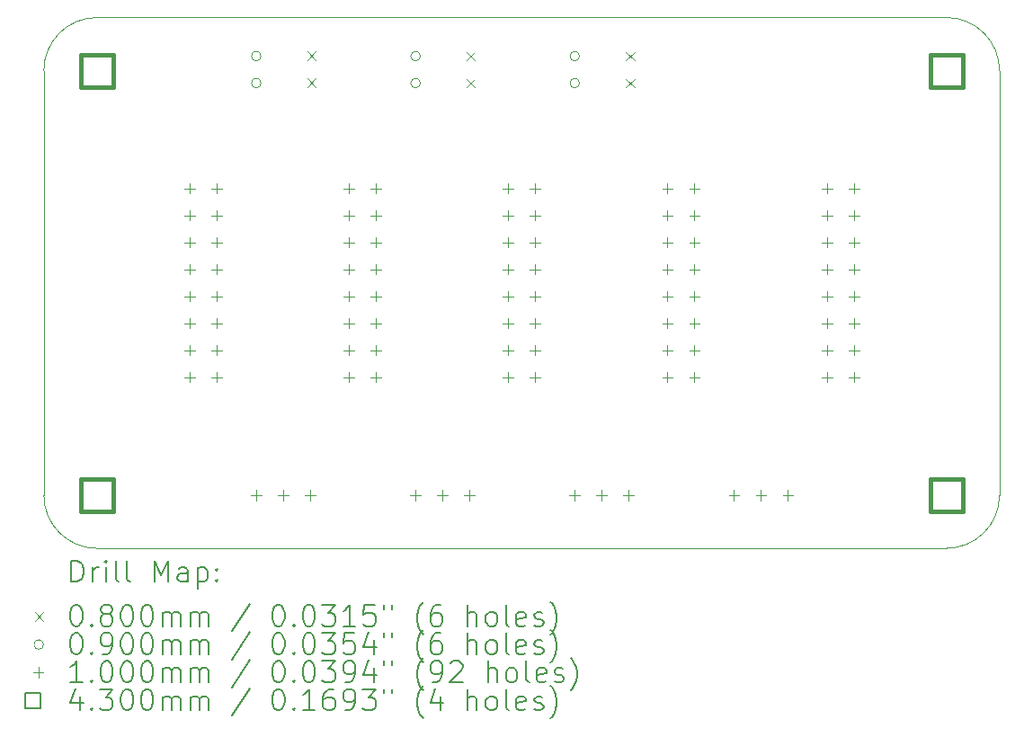
<source format=gbr>
%TF.GenerationSoftware,KiCad,Pcbnew,8.0.2*%
%TF.CreationDate,2024-05-02T10:03:25-07:00*%
%TF.ProjectId,busboard-1,62757362-6f61-4726-942d-312e6b696361,rev?*%
%TF.SameCoordinates,Original*%
%TF.FileFunction,Drillmap*%
%TF.FilePolarity,Positive*%
%FSLAX45Y45*%
G04 Gerber Fmt 4.5, Leading zero omitted, Abs format (unit mm)*
G04 Created by KiCad (PCBNEW 8.0.2) date 2024-05-02 10:03:25*
%MOMM*%
%LPD*%
G01*
G04 APERTURE LIST*
%ADD10C,0.050000*%
%ADD11C,0.200000*%
%ADD12C,0.100000*%
%ADD13C,0.430000*%
G04 APERTURE END LIST*
D10*
X10500000Y-15000000D02*
G75*
G02*
X10000000Y-14500000I0J500000D01*
G01*
X19000000Y-14500000D02*
X19000000Y-10500000D01*
X18500000Y-10000000D02*
X10500000Y-10000000D01*
X10000000Y-10500000D02*
G75*
G02*
X10500000Y-10000000I500000J0D01*
G01*
X10000000Y-10500000D02*
X10000000Y-14500000D01*
X19000000Y-14500000D02*
G75*
G02*
X18500000Y-15000000I-500000J0D01*
G01*
X10500000Y-15000000D02*
X18500000Y-15000000D01*
X18500000Y-10000000D02*
G75*
G02*
X19000000Y-10500000I0J-500000D01*
G01*
D11*
D12*
X12482200Y-10320300D02*
X12562200Y-10400300D01*
X12562200Y-10320300D02*
X12482200Y-10400300D01*
X12482200Y-10574300D02*
X12562200Y-10654300D01*
X12562200Y-10574300D02*
X12482200Y-10654300D01*
X13980800Y-10323200D02*
X14060800Y-10403200D01*
X14060800Y-10323200D02*
X13980800Y-10403200D01*
X13980800Y-10577200D02*
X14060800Y-10657200D01*
X14060800Y-10577200D02*
X13980800Y-10657200D01*
X15480800Y-10323200D02*
X15560800Y-10403200D01*
X15560800Y-10323200D02*
X15480800Y-10403200D01*
X15480800Y-10577200D02*
X15560800Y-10657200D01*
X15560800Y-10577200D02*
X15480800Y-10657200D01*
X12045000Y-10363200D02*
G75*
G02*
X11955000Y-10363200I-45000J0D01*
G01*
X11955000Y-10363200D02*
G75*
G02*
X12045000Y-10363200I45000J0D01*
G01*
X12045000Y-10617200D02*
G75*
G02*
X11955000Y-10617200I-45000J0D01*
G01*
X11955000Y-10617200D02*
G75*
G02*
X12045000Y-10617200I45000J0D01*
G01*
X13545000Y-10363200D02*
G75*
G02*
X13455000Y-10363200I-45000J0D01*
G01*
X13455000Y-10363200D02*
G75*
G02*
X13545000Y-10363200I45000J0D01*
G01*
X13545000Y-10617200D02*
G75*
G02*
X13455000Y-10617200I-45000J0D01*
G01*
X13455000Y-10617200D02*
G75*
G02*
X13545000Y-10617200I45000J0D01*
G01*
X15045000Y-10363200D02*
G75*
G02*
X14955000Y-10363200I-45000J0D01*
G01*
X14955000Y-10363200D02*
G75*
G02*
X15045000Y-10363200I45000J0D01*
G01*
X15045000Y-10617200D02*
G75*
G02*
X14955000Y-10617200I-45000J0D01*
G01*
X14955000Y-10617200D02*
G75*
G02*
X15045000Y-10617200I45000J0D01*
G01*
X11373000Y-11559300D02*
X11373000Y-11659300D01*
X11323000Y-11609300D02*
X11423000Y-11609300D01*
X11373000Y-11813300D02*
X11373000Y-11913300D01*
X11323000Y-11863300D02*
X11423000Y-11863300D01*
X11373000Y-12067300D02*
X11373000Y-12167300D01*
X11323000Y-12117300D02*
X11423000Y-12117300D01*
X11373000Y-12321300D02*
X11373000Y-12421300D01*
X11323000Y-12371300D02*
X11423000Y-12371300D01*
X11373000Y-12575300D02*
X11373000Y-12675300D01*
X11323000Y-12625300D02*
X11423000Y-12625300D01*
X11373000Y-12829300D02*
X11373000Y-12929300D01*
X11323000Y-12879300D02*
X11423000Y-12879300D01*
X11373000Y-13083300D02*
X11373000Y-13183300D01*
X11323000Y-13133300D02*
X11423000Y-13133300D01*
X11373000Y-13337300D02*
X11373000Y-13437300D01*
X11323000Y-13387300D02*
X11423000Y-13387300D01*
X11627000Y-11559300D02*
X11627000Y-11659300D01*
X11577000Y-11609300D02*
X11677000Y-11609300D01*
X11627000Y-11813300D02*
X11627000Y-11913300D01*
X11577000Y-11863300D02*
X11677000Y-11863300D01*
X11627000Y-12067300D02*
X11627000Y-12167300D01*
X11577000Y-12117300D02*
X11677000Y-12117300D01*
X11627000Y-12321300D02*
X11627000Y-12421300D01*
X11577000Y-12371300D02*
X11677000Y-12371300D01*
X11627000Y-12575300D02*
X11627000Y-12675300D01*
X11577000Y-12625300D02*
X11677000Y-12625300D01*
X11627000Y-12829300D02*
X11627000Y-12929300D01*
X11577000Y-12879300D02*
X11677000Y-12879300D01*
X11627000Y-13083300D02*
X11627000Y-13183300D01*
X11577000Y-13133300D02*
X11677000Y-13133300D01*
X11627000Y-13337300D02*
X11627000Y-13437300D01*
X11577000Y-13387300D02*
X11677000Y-13387300D01*
X12000000Y-14450000D02*
X12000000Y-14550000D01*
X11950000Y-14500000D02*
X12050000Y-14500000D01*
X12254000Y-14450000D02*
X12254000Y-14550000D01*
X12204000Y-14500000D02*
X12304000Y-14500000D01*
X12508000Y-14450000D02*
X12508000Y-14550000D01*
X12458000Y-14500000D02*
X12558000Y-14500000D01*
X12873000Y-11559300D02*
X12873000Y-11659300D01*
X12823000Y-11609300D02*
X12923000Y-11609300D01*
X12873000Y-11813300D02*
X12873000Y-11913300D01*
X12823000Y-11863300D02*
X12923000Y-11863300D01*
X12873000Y-12067300D02*
X12873000Y-12167300D01*
X12823000Y-12117300D02*
X12923000Y-12117300D01*
X12873000Y-12321300D02*
X12873000Y-12421300D01*
X12823000Y-12371300D02*
X12923000Y-12371300D01*
X12873000Y-12575300D02*
X12873000Y-12675300D01*
X12823000Y-12625300D02*
X12923000Y-12625300D01*
X12873000Y-12829300D02*
X12873000Y-12929300D01*
X12823000Y-12879300D02*
X12923000Y-12879300D01*
X12873000Y-13083300D02*
X12873000Y-13183300D01*
X12823000Y-13133300D02*
X12923000Y-13133300D01*
X12873000Y-13337300D02*
X12873000Y-13437300D01*
X12823000Y-13387300D02*
X12923000Y-13387300D01*
X13127000Y-11559300D02*
X13127000Y-11659300D01*
X13077000Y-11609300D02*
X13177000Y-11609300D01*
X13127000Y-11813300D02*
X13127000Y-11913300D01*
X13077000Y-11863300D02*
X13177000Y-11863300D01*
X13127000Y-12067300D02*
X13127000Y-12167300D01*
X13077000Y-12117300D02*
X13177000Y-12117300D01*
X13127000Y-12321300D02*
X13127000Y-12421300D01*
X13077000Y-12371300D02*
X13177000Y-12371300D01*
X13127000Y-12575300D02*
X13127000Y-12675300D01*
X13077000Y-12625300D02*
X13177000Y-12625300D01*
X13127000Y-12829300D02*
X13127000Y-12929300D01*
X13077000Y-12879300D02*
X13177000Y-12879300D01*
X13127000Y-13083300D02*
X13127000Y-13183300D01*
X13077000Y-13133300D02*
X13177000Y-13133300D01*
X13127000Y-13337300D02*
X13127000Y-13437300D01*
X13077000Y-13387300D02*
X13177000Y-13387300D01*
X13500000Y-14450000D02*
X13500000Y-14550000D01*
X13450000Y-14500000D02*
X13550000Y-14500000D01*
X13754000Y-14450000D02*
X13754000Y-14550000D01*
X13704000Y-14500000D02*
X13804000Y-14500000D01*
X14008000Y-14450000D02*
X14008000Y-14550000D01*
X13958000Y-14500000D02*
X14058000Y-14500000D01*
X14373000Y-11559300D02*
X14373000Y-11659300D01*
X14323000Y-11609300D02*
X14423000Y-11609300D01*
X14373000Y-11813300D02*
X14373000Y-11913300D01*
X14323000Y-11863300D02*
X14423000Y-11863300D01*
X14373000Y-12067300D02*
X14373000Y-12167300D01*
X14323000Y-12117300D02*
X14423000Y-12117300D01*
X14373000Y-12321300D02*
X14373000Y-12421300D01*
X14323000Y-12371300D02*
X14423000Y-12371300D01*
X14373000Y-12575300D02*
X14373000Y-12675300D01*
X14323000Y-12625300D02*
X14423000Y-12625300D01*
X14373000Y-12829300D02*
X14373000Y-12929300D01*
X14323000Y-12879300D02*
X14423000Y-12879300D01*
X14373000Y-13083300D02*
X14373000Y-13183300D01*
X14323000Y-13133300D02*
X14423000Y-13133300D01*
X14373000Y-13337300D02*
X14373000Y-13437300D01*
X14323000Y-13387300D02*
X14423000Y-13387300D01*
X14627000Y-11559300D02*
X14627000Y-11659300D01*
X14577000Y-11609300D02*
X14677000Y-11609300D01*
X14627000Y-11813300D02*
X14627000Y-11913300D01*
X14577000Y-11863300D02*
X14677000Y-11863300D01*
X14627000Y-12067300D02*
X14627000Y-12167300D01*
X14577000Y-12117300D02*
X14677000Y-12117300D01*
X14627000Y-12321300D02*
X14627000Y-12421300D01*
X14577000Y-12371300D02*
X14677000Y-12371300D01*
X14627000Y-12575300D02*
X14627000Y-12675300D01*
X14577000Y-12625300D02*
X14677000Y-12625300D01*
X14627000Y-12829300D02*
X14627000Y-12929300D01*
X14577000Y-12879300D02*
X14677000Y-12879300D01*
X14627000Y-13083300D02*
X14627000Y-13183300D01*
X14577000Y-13133300D02*
X14677000Y-13133300D01*
X14627000Y-13337300D02*
X14627000Y-13437300D01*
X14577000Y-13387300D02*
X14677000Y-13387300D01*
X15000000Y-14450000D02*
X15000000Y-14550000D01*
X14950000Y-14500000D02*
X15050000Y-14500000D01*
X15254000Y-14450000D02*
X15254000Y-14550000D01*
X15204000Y-14500000D02*
X15304000Y-14500000D01*
X15508000Y-14450000D02*
X15508000Y-14550000D01*
X15458000Y-14500000D02*
X15558000Y-14500000D01*
X15873000Y-11559300D02*
X15873000Y-11659300D01*
X15823000Y-11609300D02*
X15923000Y-11609300D01*
X15873000Y-11813300D02*
X15873000Y-11913300D01*
X15823000Y-11863300D02*
X15923000Y-11863300D01*
X15873000Y-12067300D02*
X15873000Y-12167300D01*
X15823000Y-12117300D02*
X15923000Y-12117300D01*
X15873000Y-12321300D02*
X15873000Y-12421300D01*
X15823000Y-12371300D02*
X15923000Y-12371300D01*
X15873000Y-12575300D02*
X15873000Y-12675300D01*
X15823000Y-12625300D02*
X15923000Y-12625300D01*
X15873000Y-12829300D02*
X15873000Y-12929300D01*
X15823000Y-12879300D02*
X15923000Y-12879300D01*
X15873000Y-13083300D02*
X15873000Y-13183300D01*
X15823000Y-13133300D02*
X15923000Y-13133300D01*
X15873000Y-13337300D02*
X15873000Y-13437300D01*
X15823000Y-13387300D02*
X15923000Y-13387300D01*
X16127000Y-11559300D02*
X16127000Y-11659300D01*
X16077000Y-11609300D02*
X16177000Y-11609300D01*
X16127000Y-11813300D02*
X16127000Y-11913300D01*
X16077000Y-11863300D02*
X16177000Y-11863300D01*
X16127000Y-12067300D02*
X16127000Y-12167300D01*
X16077000Y-12117300D02*
X16177000Y-12117300D01*
X16127000Y-12321300D02*
X16127000Y-12421300D01*
X16077000Y-12371300D02*
X16177000Y-12371300D01*
X16127000Y-12575300D02*
X16127000Y-12675300D01*
X16077000Y-12625300D02*
X16177000Y-12625300D01*
X16127000Y-12829300D02*
X16127000Y-12929300D01*
X16077000Y-12879300D02*
X16177000Y-12879300D01*
X16127000Y-13083300D02*
X16127000Y-13183300D01*
X16077000Y-13133300D02*
X16177000Y-13133300D01*
X16127000Y-13337300D02*
X16127000Y-13437300D01*
X16077000Y-13387300D02*
X16177000Y-13387300D01*
X16500000Y-14450000D02*
X16500000Y-14550000D01*
X16450000Y-14500000D02*
X16550000Y-14500000D01*
X16754000Y-14450000D02*
X16754000Y-14550000D01*
X16704000Y-14500000D02*
X16804000Y-14500000D01*
X17008000Y-14450000D02*
X17008000Y-14550000D01*
X16958000Y-14500000D02*
X17058000Y-14500000D01*
X17373000Y-11559300D02*
X17373000Y-11659300D01*
X17323000Y-11609300D02*
X17423000Y-11609300D01*
X17373000Y-11813300D02*
X17373000Y-11913300D01*
X17323000Y-11863300D02*
X17423000Y-11863300D01*
X17373000Y-12067300D02*
X17373000Y-12167300D01*
X17323000Y-12117300D02*
X17423000Y-12117300D01*
X17373000Y-12321300D02*
X17373000Y-12421300D01*
X17323000Y-12371300D02*
X17423000Y-12371300D01*
X17373000Y-12575300D02*
X17373000Y-12675300D01*
X17323000Y-12625300D02*
X17423000Y-12625300D01*
X17373000Y-12829300D02*
X17373000Y-12929300D01*
X17323000Y-12879300D02*
X17423000Y-12879300D01*
X17373000Y-13083300D02*
X17373000Y-13183300D01*
X17323000Y-13133300D02*
X17423000Y-13133300D01*
X17373000Y-13337300D02*
X17373000Y-13437300D01*
X17323000Y-13387300D02*
X17423000Y-13387300D01*
X17627000Y-11559300D02*
X17627000Y-11659300D01*
X17577000Y-11609300D02*
X17677000Y-11609300D01*
X17627000Y-11813300D02*
X17627000Y-11913300D01*
X17577000Y-11863300D02*
X17677000Y-11863300D01*
X17627000Y-12067300D02*
X17627000Y-12167300D01*
X17577000Y-12117300D02*
X17677000Y-12117300D01*
X17627000Y-12321300D02*
X17627000Y-12421300D01*
X17577000Y-12371300D02*
X17677000Y-12371300D01*
X17627000Y-12575300D02*
X17627000Y-12675300D01*
X17577000Y-12625300D02*
X17677000Y-12625300D01*
X17627000Y-12829300D02*
X17627000Y-12929300D01*
X17577000Y-12879300D02*
X17677000Y-12879300D01*
X17627000Y-13083300D02*
X17627000Y-13183300D01*
X17577000Y-13133300D02*
X17677000Y-13133300D01*
X17627000Y-13337300D02*
X17627000Y-13437300D01*
X17577000Y-13387300D02*
X17677000Y-13387300D01*
D13*
X10652029Y-10652029D02*
X10652029Y-10347971D01*
X10347971Y-10347971D01*
X10347971Y-10652029D01*
X10652029Y-10652029D01*
X10652029Y-14652029D02*
X10652029Y-14347971D01*
X10347971Y-14347971D01*
X10347971Y-14652029D01*
X10652029Y-14652029D01*
X18652029Y-10652029D02*
X18652029Y-10347971D01*
X18347971Y-10347971D01*
X18347971Y-10652029D01*
X18652029Y-10652029D01*
X18652029Y-14652029D02*
X18652029Y-14347971D01*
X18347971Y-14347971D01*
X18347971Y-14652029D01*
X18652029Y-14652029D01*
D11*
X10258277Y-15313984D02*
X10258277Y-15113984D01*
X10258277Y-15113984D02*
X10305896Y-15113984D01*
X10305896Y-15113984D02*
X10334467Y-15123508D01*
X10334467Y-15123508D02*
X10353515Y-15142555D01*
X10353515Y-15142555D02*
X10363039Y-15161603D01*
X10363039Y-15161603D02*
X10372563Y-15199698D01*
X10372563Y-15199698D02*
X10372563Y-15228269D01*
X10372563Y-15228269D02*
X10363039Y-15266365D01*
X10363039Y-15266365D02*
X10353515Y-15285412D01*
X10353515Y-15285412D02*
X10334467Y-15304460D01*
X10334467Y-15304460D02*
X10305896Y-15313984D01*
X10305896Y-15313984D02*
X10258277Y-15313984D01*
X10458277Y-15313984D02*
X10458277Y-15180650D01*
X10458277Y-15218746D02*
X10467801Y-15199698D01*
X10467801Y-15199698D02*
X10477324Y-15190174D01*
X10477324Y-15190174D02*
X10496372Y-15180650D01*
X10496372Y-15180650D02*
X10515420Y-15180650D01*
X10582086Y-15313984D02*
X10582086Y-15180650D01*
X10582086Y-15113984D02*
X10572563Y-15123508D01*
X10572563Y-15123508D02*
X10582086Y-15133031D01*
X10582086Y-15133031D02*
X10591610Y-15123508D01*
X10591610Y-15123508D02*
X10582086Y-15113984D01*
X10582086Y-15113984D02*
X10582086Y-15133031D01*
X10705896Y-15313984D02*
X10686848Y-15304460D01*
X10686848Y-15304460D02*
X10677324Y-15285412D01*
X10677324Y-15285412D02*
X10677324Y-15113984D01*
X10810658Y-15313984D02*
X10791610Y-15304460D01*
X10791610Y-15304460D02*
X10782086Y-15285412D01*
X10782086Y-15285412D02*
X10782086Y-15113984D01*
X11039229Y-15313984D02*
X11039229Y-15113984D01*
X11039229Y-15113984D02*
X11105896Y-15256841D01*
X11105896Y-15256841D02*
X11172563Y-15113984D01*
X11172563Y-15113984D02*
X11172563Y-15313984D01*
X11353515Y-15313984D02*
X11353515Y-15209222D01*
X11353515Y-15209222D02*
X11343991Y-15190174D01*
X11343991Y-15190174D02*
X11324943Y-15180650D01*
X11324943Y-15180650D02*
X11286848Y-15180650D01*
X11286848Y-15180650D02*
X11267801Y-15190174D01*
X11353515Y-15304460D02*
X11334467Y-15313984D01*
X11334467Y-15313984D02*
X11286848Y-15313984D01*
X11286848Y-15313984D02*
X11267801Y-15304460D01*
X11267801Y-15304460D02*
X11258277Y-15285412D01*
X11258277Y-15285412D02*
X11258277Y-15266365D01*
X11258277Y-15266365D02*
X11267801Y-15247317D01*
X11267801Y-15247317D02*
X11286848Y-15237793D01*
X11286848Y-15237793D02*
X11334467Y-15237793D01*
X11334467Y-15237793D02*
X11353515Y-15228269D01*
X11448753Y-15180650D02*
X11448753Y-15380650D01*
X11448753Y-15190174D02*
X11467801Y-15180650D01*
X11467801Y-15180650D02*
X11505896Y-15180650D01*
X11505896Y-15180650D02*
X11524943Y-15190174D01*
X11524943Y-15190174D02*
X11534467Y-15199698D01*
X11534467Y-15199698D02*
X11543991Y-15218746D01*
X11543991Y-15218746D02*
X11543991Y-15275888D01*
X11543991Y-15275888D02*
X11534467Y-15294936D01*
X11534467Y-15294936D02*
X11524943Y-15304460D01*
X11524943Y-15304460D02*
X11505896Y-15313984D01*
X11505896Y-15313984D02*
X11467801Y-15313984D01*
X11467801Y-15313984D02*
X11448753Y-15304460D01*
X11629705Y-15294936D02*
X11639229Y-15304460D01*
X11639229Y-15304460D02*
X11629705Y-15313984D01*
X11629705Y-15313984D02*
X11620182Y-15304460D01*
X11620182Y-15304460D02*
X11629705Y-15294936D01*
X11629705Y-15294936D02*
X11629705Y-15313984D01*
X11629705Y-15190174D02*
X11639229Y-15199698D01*
X11639229Y-15199698D02*
X11629705Y-15209222D01*
X11629705Y-15209222D02*
X11620182Y-15199698D01*
X11620182Y-15199698D02*
X11629705Y-15190174D01*
X11629705Y-15190174D02*
X11629705Y-15209222D01*
D12*
X9917500Y-15602500D02*
X9997500Y-15682500D01*
X9997500Y-15602500D02*
X9917500Y-15682500D01*
D11*
X10296372Y-15533984D02*
X10315420Y-15533984D01*
X10315420Y-15533984D02*
X10334467Y-15543508D01*
X10334467Y-15543508D02*
X10343991Y-15553031D01*
X10343991Y-15553031D02*
X10353515Y-15572079D01*
X10353515Y-15572079D02*
X10363039Y-15610174D01*
X10363039Y-15610174D02*
X10363039Y-15657793D01*
X10363039Y-15657793D02*
X10353515Y-15695888D01*
X10353515Y-15695888D02*
X10343991Y-15714936D01*
X10343991Y-15714936D02*
X10334467Y-15724460D01*
X10334467Y-15724460D02*
X10315420Y-15733984D01*
X10315420Y-15733984D02*
X10296372Y-15733984D01*
X10296372Y-15733984D02*
X10277324Y-15724460D01*
X10277324Y-15724460D02*
X10267801Y-15714936D01*
X10267801Y-15714936D02*
X10258277Y-15695888D01*
X10258277Y-15695888D02*
X10248753Y-15657793D01*
X10248753Y-15657793D02*
X10248753Y-15610174D01*
X10248753Y-15610174D02*
X10258277Y-15572079D01*
X10258277Y-15572079D02*
X10267801Y-15553031D01*
X10267801Y-15553031D02*
X10277324Y-15543508D01*
X10277324Y-15543508D02*
X10296372Y-15533984D01*
X10448753Y-15714936D02*
X10458277Y-15724460D01*
X10458277Y-15724460D02*
X10448753Y-15733984D01*
X10448753Y-15733984D02*
X10439229Y-15724460D01*
X10439229Y-15724460D02*
X10448753Y-15714936D01*
X10448753Y-15714936D02*
X10448753Y-15733984D01*
X10572563Y-15619698D02*
X10553515Y-15610174D01*
X10553515Y-15610174D02*
X10543991Y-15600650D01*
X10543991Y-15600650D02*
X10534467Y-15581603D01*
X10534467Y-15581603D02*
X10534467Y-15572079D01*
X10534467Y-15572079D02*
X10543991Y-15553031D01*
X10543991Y-15553031D02*
X10553515Y-15543508D01*
X10553515Y-15543508D02*
X10572563Y-15533984D01*
X10572563Y-15533984D02*
X10610658Y-15533984D01*
X10610658Y-15533984D02*
X10629705Y-15543508D01*
X10629705Y-15543508D02*
X10639229Y-15553031D01*
X10639229Y-15553031D02*
X10648753Y-15572079D01*
X10648753Y-15572079D02*
X10648753Y-15581603D01*
X10648753Y-15581603D02*
X10639229Y-15600650D01*
X10639229Y-15600650D02*
X10629705Y-15610174D01*
X10629705Y-15610174D02*
X10610658Y-15619698D01*
X10610658Y-15619698D02*
X10572563Y-15619698D01*
X10572563Y-15619698D02*
X10553515Y-15629222D01*
X10553515Y-15629222D02*
X10543991Y-15638746D01*
X10543991Y-15638746D02*
X10534467Y-15657793D01*
X10534467Y-15657793D02*
X10534467Y-15695888D01*
X10534467Y-15695888D02*
X10543991Y-15714936D01*
X10543991Y-15714936D02*
X10553515Y-15724460D01*
X10553515Y-15724460D02*
X10572563Y-15733984D01*
X10572563Y-15733984D02*
X10610658Y-15733984D01*
X10610658Y-15733984D02*
X10629705Y-15724460D01*
X10629705Y-15724460D02*
X10639229Y-15714936D01*
X10639229Y-15714936D02*
X10648753Y-15695888D01*
X10648753Y-15695888D02*
X10648753Y-15657793D01*
X10648753Y-15657793D02*
X10639229Y-15638746D01*
X10639229Y-15638746D02*
X10629705Y-15629222D01*
X10629705Y-15629222D02*
X10610658Y-15619698D01*
X10772563Y-15533984D02*
X10791610Y-15533984D01*
X10791610Y-15533984D02*
X10810658Y-15543508D01*
X10810658Y-15543508D02*
X10820182Y-15553031D01*
X10820182Y-15553031D02*
X10829705Y-15572079D01*
X10829705Y-15572079D02*
X10839229Y-15610174D01*
X10839229Y-15610174D02*
X10839229Y-15657793D01*
X10839229Y-15657793D02*
X10829705Y-15695888D01*
X10829705Y-15695888D02*
X10820182Y-15714936D01*
X10820182Y-15714936D02*
X10810658Y-15724460D01*
X10810658Y-15724460D02*
X10791610Y-15733984D01*
X10791610Y-15733984D02*
X10772563Y-15733984D01*
X10772563Y-15733984D02*
X10753515Y-15724460D01*
X10753515Y-15724460D02*
X10743991Y-15714936D01*
X10743991Y-15714936D02*
X10734467Y-15695888D01*
X10734467Y-15695888D02*
X10724944Y-15657793D01*
X10724944Y-15657793D02*
X10724944Y-15610174D01*
X10724944Y-15610174D02*
X10734467Y-15572079D01*
X10734467Y-15572079D02*
X10743991Y-15553031D01*
X10743991Y-15553031D02*
X10753515Y-15543508D01*
X10753515Y-15543508D02*
X10772563Y-15533984D01*
X10963039Y-15533984D02*
X10982086Y-15533984D01*
X10982086Y-15533984D02*
X11001134Y-15543508D01*
X11001134Y-15543508D02*
X11010658Y-15553031D01*
X11010658Y-15553031D02*
X11020182Y-15572079D01*
X11020182Y-15572079D02*
X11029705Y-15610174D01*
X11029705Y-15610174D02*
X11029705Y-15657793D01*
X11029705Y-15657793D02*
X11020182Y-15695888D01*
X11020182Y-15695888D02*
X11010658Y-15714936D01*
X11010658Y-15714936D02*
X11001134Y-15724460D01*
X11001134Y-15724460D02*
X10982086Y-15733984D01*
X10982086Y-15733984D02*
X10963039Y-15733984D01*
X10963039Y-15733984D02*
X10943991Y-15724460D01*
X10943991Y-15724460D02*
X10934467Y-15714936D01*
X10934467Y-15714936D02*
X10924944Y-15695888D01*
X10924944Y-15695888D02*
X10915420Y-15657793D01*
X10915420Y-15657793D02*
X10915420Y-15610174D01*
X10915420Y-15610174D02*
X10924944Y-15572079D01*
X10924944Y-15572079D02*
X10934467Y-15553031D01*
X10934467Y-15553031D02*
X10943991Y-15543508D01*
X10943991Y-15543508D02*
X10963039Y-15533984D01*
X11115420Y-15733984D02*
X11115420Y-15600650D01*
X11115420Y-15619698D02*
X11124944Y-15610174D01*
X11124944Y-15610174D02*
X11143991Y-15600650D01*
X11143991Y-15600650D02*
X11172563Y-15600650D01*
X11172563Y-15600650D02*
X11191610Y-15610174D01*
X11191610Y-15610174D02*
X11201134Y-15629222D01*
X11201134Y-15629222D02*
X11201134Y-15733984D01*
X11201134Y-15629222D02*
X11210658Y-15610174D01*
X11210658Y-15610174D02*
X11229705Y-15600650D01*
X11229705Y-15600650D02*
X11258277Y-15600650D01*
X11258277Y-15600650D02*
X11277324Y-15610174D01*
X11277324Y-15610174D02*
X11286848Y-15629222D01*
X11286848Y-15629222D02*
X11286848Y-15733984D01*
X11382086Y-15733984D02*
X11382086Y-15600650D01*
X11382086Y-15619698D02*
X11391610Y-15610174D01*
X11391610Y-15610174D02*
X11410658Y-15600650D01*
X11410658Y-15600650D02*
X11439229Y-15600650D01*
X11439229Y-15600650D02*
X11458277Y-15610174D01*
X11458277Y-15610174D02*
X11467801Y-15629222D01*
X11467801Y-15629222D02*
X11467801Y-15733984D01*
X11467801Y-15629222D02*
X11477324Y-15610174D01*
X11477324Y-15610174D02*
X11496372Y-15600650D01*
X11496372Y-15600650D02*
X11524943Y-15600650D01*
X11524943Y-15600650D02*
X11543991Y-15610174D01*
X11543991Y-15610174D02*
X11553515Y-15629222D01*
X11553515Y-15629222D02*
X11553515Y-15733984D01*
X11943991Y-15524460D02*
X11772563Y-15781603D01*
X12201134Y-15533984D02*
X12220182Y-15533984D01*
X12220182Y-15533984D02*
X12239229Y-15543508D01*
X12239229Y-15543508D02*
X12248753Y-15553031D01*
X12248753Y-15553031D02*
X12258277Y-15572079D01*
X12258277Y-15572079D02*
X12267801Y-15610174D01*
X12267801Y-15610174D02*
X12267801Y-15657793D01*
X12267801Y-15657793D02*
X12258277Y-15695888D01*
X12258277Y-15695888D02*
X12248753Y-15714936D01*
X12248753Y-15714936D02*
X12239229Y-15724460D01*
X12239229Y-15724460D02*
X12220182Y-15733984D01*
X12220182Y-15733984D02*
X12201134Y-15733984D01*
X12201134Y-15733984D02*
X12182086Y-15724460D01*
X12182086Y-15724460D02*
X12172563Y-15714936D01*
X12172563Y-15714936D02*
X12163039Y-15695888D01*
X12163039Y-15695888D02*
X12153515Y-15657793D01*
X12153515Y-15657793D02*
X12153515Y-15610174D01*
X12153515Y-15610174D02*
X12163039Y-15572079D01*
X12163039Y-15572079D02*
X12172563Y-15553031D01*
X12172563Y-15553031D02*
X12182086Y-15543508D01*
X12182086Y-15543508D02*
X12201134Y-15533984D01*
X12353515Y-15714936D02*
X12363039Y-15724460D01*
X12363039Y-15724460D02*
X12353515Y-15733984D01*
X12353515Y-15733984D02*
X12343991Y-15724460D01*
X12343991Y-15724460D02*
X12353515Y-15714936D01*
X12353515Y-15714936D02*
X12353515Y-15733984D01*
X12486848Y-15533984D02*
X12505896Y-15533984D01*
X12505896Y-15533984D02*
X12524944Y-15543508D01*
X12524944Y-15543508D02*
X12534467Y-15553031D01*
X12534467Y-15553031D02*
X12543991Y-15572079D01*
X12543991Y-15572079D02*
X12553515Y-15610174D01*
X12553515Y-15610174D02*
X12553515Y-15657793D01*
X12553515Y-15657793D02*
X12543991Y-15695888D01*
X12543991Y-15695888D02*
X12534467Y-15714936D01*
X12534467Y-15714936D02*
X12524944Y-15724460D01*
X12524944Y-15724460D02*
X12505896Y-15733984D01*
X12505896Y-15733984D02*
X12486848Y-15733984D01*
X12486848Y-15733984D02*
X12467801Y-15724460D01*
X12467801Y-15724460D02*
X12458277Y-15714936D01*
X12458277Y-15714936D02*
X12448753Y-15695888D01*
X12448753Y-15695888D02*
X12439229Y-15657793D01*
X12439229Y-15657793D02*
X12439229Y-15610174D01*
X12439229Y-15610174D02*
X12448753Y-15572079D01*
X12448753Y-15572079D02*
X12458277Y-15553031D01*
X12458277Y-15553031D02*
X12467801Y-15543508D01*
X12467801Y-15543508D02*
X12486848Y-15533984D01*
X12620182Y-15533984D02*
X12743991Y-15533984D01*
X12743991Y-15533984D02*
X12677325Y-15610174D01*
X12677325Y-15610174D02*
X12705896Y-15610174D01*
X12705896Y-15610174D02*
X12724944Y-15619698D01*
X12724944Y-15619698D02*
X12734467Y-15629222D01*
X12734467Y-15629222D02*
X12743991Y-15648269D01*
X12743991Y-15648269D02*
X12743991Y-15695888D01*
X12743991Y-15695888D02*
X12734467Y-15714936D01*
X12734467Y-15714936D02*
X12724944Y-15724460D01*
X12724944Y-15724460D02*
X12705896Y-15733984D01*
X12705896Y-15733984D02*
X12648753Y-15733984D01*
X12648753Y-15733984D02*
X12629706Y-15724460D01*
X12629706Y-15724460D02*
X12620182Y-15714936D01*
X12934467Y-15733984D02*
X12820182Y-15733984D01*
X12877325Y-15733984D02*
X12877325Y-15533984D01*
X12877325Y-15533984D02*
X12858277Y-15562555D01*
X12858277Y-15562555D02*
X12839229Y-15581603D01*
X12839229Y-15581603D02*
X12820182Y-15591127D01*
X13115420Y-15533984D02*
X13020182Y-15533984D01*
X13020182Y-15533984D02*
X13010658Y-15629222D01*
X13010658Y-15629222D02*
X13020182Y-15619698D01*
X13020182Y-15619698D02*
X13039229Y-15610174D01*
X13039229Y-15610174D02*
X13086848Y-15610174D01*
X13086848Y-15610174D02*
X13105896Y-15619698D01*
X13105896Y-15619698D02*
X13115420Y-15629222D01*
X13115420Y-15629222D02*
X13124944Y-15648269D01*
X13124944Y-15648269D02*
X13124944Y-15695888D01*
X13124944Y-15695888D02*
X13115420Y-15714936D01*
X13115420Y-15714936D02*
X13105896Y-15724460D01*
X13105896Y-15724460D02*
X13086848Y-15733984D01*
X13086848Y-15733984D02*
X13039229Y-15733984D01*
X13039229Y-15733984D02*
X13020182Y-15724460D01*
X13020182Y-15724460D02*
X13010658Y-15714936D01*
X13201134Y-15533984D02*
X13201134Y-15572079D01*
X13277325Y-15533984D02*
X13277325Y-15572079D01*
X13572563Y-15810174D02*
X13563039Y-15800650D01*
X13563039Y-15800650D02*
X13543991Y-15772079D01*
X13543991Y-15772079D02*
X13534468Y-15753031D01*
X13534468Y-15753031D02*
X13524944Y-15724460D01*
X13524944Y-15724460D02*
X13515420Y-15676841D01*
X13515420Y-15676841D02*
X13515420Y-15638746D01*
X13515420Y-15638746D02*
X13524944Y-15591127D01*
X13524944Y-15591127D02*
X13534468Y-15562555D01*
X13534468Y-15562555D02*
X13543991Y-15543508D01*
X13543991Y-15543508D02*
X13563039Y-15514936D01*
X13563039Y-15514936D02*
X13572563Y-15505412D01*
X13734468Y-15533984D02*
X13696372Y-15533984D01*
X13696372Y-15533984D02*
X13677325Y-15543508D01*
X13677325Y-15543508D02*
X13667801Y-15553031D01*
X13667801Y-15553031D02*
X13648753Y-15581603D01*
X13648753Y-15581603D02*
X13639229Y-15619698D01*
X13639229Y-15619698D02*
X13639229Y-15695888D01*
X13639229Y-15695888D02*
X13648753Y-15714936D01*
X13648753Y-15714936D02*
X13658277Y-15724460D01*
X13658277Y-15724460D02*
X13677325Y-15733984D01*
X13677325Y-15733984D02*
X13715420Y-15733984D01*
X13715420Y-15733984D02*
X13734468Y-15724460D01*
X13734468Y-15724460D02*
X13743991Y-15714936D01*
X13743991Y-15714936D02*
X13753515Y-15695888D01*
X13753515Y-15695888D02*
X13753515Y-15648269D01*
X13753515Y-15648269D02*
X13743991Y-15629222D01*
X13743991Y-15629222D02*
X13734468Y-15619698D01*
X13734468Y-15619698D02*
X13715420Y-15610174D01*
X13715420Y-15610174D02*
X13677325Y-15610174D01*
X13677325Y-15610174D02*
X13658277Y-15619698D01*
X13658277Y-15619698D02*
X13648753Y-15629222D01*
X13648753Y-15629222D02*
X13639229Y-15648269D01*
X13991610Y-15733984D02*
X13991610Y-15533984D01*
X14077325Y-15733984D02*
X14077325Y-15629222D01*
X14077325Y-15629222D02*
X14067801Y-15610174D01*
X14067801Y-15610174D02*
X14048753Y-15600650D01*
X14048753Y-15600650D02*
X14020182Y-15600650D01*
X14020182Y-15600650D02*
X14001134Y-15610174D01*
X14001134Y-15610174D02*
X13991610Y-15619698D01*
X14201134Y-15733984D02*
X14182087Y-15724460D01*
X14182087Y-15724460D02*
X14172563Y-15714936D01*
X14172563Y-15714936D02*
X14163039Y-15695888D01*
X14163039Y-15695888D02*
X14163039Y-15638746D01*
X14163039Y-15638746D02*
X14172563Y-15619698D01*
X14172563Y-15619698D02*
X14182087Y-15610174D01*
X14182087Y-15610174D02*
X14201134Y-15600650D01*
X14201134Y-15600650D02*
X14229706Y-15600650D01*
X14229706Y-15600650D02*
X14248753Y-15610174D01*
X14248753Y-15610174D02*
X14258277Y-15619698D01*
X14258277Y-15619698D02*
X14267801Y-15638746D01*
X14267801Y-15638746D02*
X14267801Y-15695888D01*
X14267801Y-15695888D02*
X14258277Y-15714936D01*
X14258277Y-15714936D02*
X14248753Y-15724460D01*
X14248753Y-15724460D02*
X14229706Y-15733984D01*
X14229706Y-15733984D02*
X14201134Y-15733984D01*
X14382087Y-15733984D02*
X14363039Y-15724460D01*
X14363039Y-15724460D02*
X14353515Y-15705412D01*
X14353515Y-15705412D02*
X14353515Y-15533984D01*
X14534468Y-15724460D02*
X14515420Y-15733984D01*
X14515420Y-15733984D02*
X14477325Y-15733984D01*
X14477325Y-15733984D02*
X14458277Y-15724460D01*
X14458277Y-15724460D02*
X14448753Y-15705412D01*
X14448753Y-15705412D02*
X14448753Y-15629222D01*
X14448753Y-15629222D02*
X14458277Y-15610174D01*
X14458277Y-15610174D02*
X14477325Y-15600650D01*
X14477325Y-15600650D02*
X14515420Y-15600650D01*
X14515420Y-15600650D02*
X14534468Y-15610174D01*
X14534468Y-15610174D02*
X14543991Y-15629222D01*
X14543991Y-15629222D02*
X14543991Y-15648269D01*
X14543991Y-15648269D02*
X14448753Y-15667317D01*
X14620182Y-15724460D02*
X14639230Y-15733984D01*
X14639230Y-15733984D02*
X14677325Y-15733984D01*
X14677325Y-15733984D02*
X14696372Y-15724460D01*
X14696372Y-15724460D02*
X14705896Y-15705412D01*
X14705896Y-15705412D02*
X14705896Y-15695888D01*
X14705896Y-15695888D02*
X14696372Y-15676841D01*
X14696372Y-15676841D02*
X14677325Y-15667317D01*
X14677325Y-15667317D02*
X14648753Y-15667317D01*
X14648753Y-15667317D02*
X14629706Y-15657793D01*
X14629706Y-15657793D02*
X14620182Y-15638746D01*
X14620182Y-15638746D02*
X14620182Y-15629222D01*
X14620182Y-15629222D02*
X14629706Y-15610174D01*
X14629706Y-15610174D02*
X14648753Y-15600650D01*
X14648753Y-15600650D02*
X14677325Y-15600650D01*
X14677325Y-15600650D02*
X14696372Y-15610174D01*
X14772563Y-15810174D02*
X14782087Y-15800650D01*
X14782087Y-15800650D02*
X14801134Y-15772079D01*
X14801134Y-15772079D02*
X14810658Y-15753031D01*
X14810658Y-15753031D02*
X14820182Y-15724460D01*
X14820182Y-15724460D02*
X14829706Y-15676841D01*
X14829706Y-15676841D02*
X14829706Y-15638746D01*
X14829706Y-15638746D02*
X14820182Y-15591127D01*
X14820182Y-15591127D02*
X14810658Y-15562555D01*
X14810658Y-15562555D02*
X14801134Y-15543508D01*
X14801134Y-15543508D02*
X14782087Y-15514936D01*
X14782087Y-15514936D02*
X14772563Y-15505412D01*
D12*
X9997500Y-15906500D02*
G75*
G02*
X9907500Y-15906500I-45000J0D01*
G01*
X9907500Y-15906500D02*
G75*
G02*
X9997500Y-15906500I45000J0D01*
G01*
D11*
X10296372Y-15797984D02*
X10315420Y-15797984D01*
X10315420Y-15797984D02*
X10334467Y-15807508D01*
X10334467Y-15807508D02*
X10343991Y-15817031D01*
X10343991Y-15817031D02*
X10353515Y-15836079D01*
X10353515Y-15836079D02*
X10363039Y-15874174D01*
X10363039Y-15874174D02*
X10363039Y-15921793D01*
X10363039Y-15921793D02*
X10353515Y-15959888D01*
X10353515Y-15959888D02*
X10343991Y-15978936D01*
X10343991Y-15978936D02*
X10334467Y-15988460D01*
X10334467Y-15988460D02*
X10315420Y-15997984D01*
X10315420Y-15997984D02*
X10296372Y-15997984D01*
X10296372Y-15997984D02*
X10277324Y-15988460D01*
X10277324Y-15988460D02*
X10267801Y-15978936D01*
X10267801Y-15978936D02*
X10258277Y-15959888D01*
X10258277Y-15959888D02*
X10248753Y-15921793D01*
X10248753Y-15921793D02*
X10248753Y-15874174D01*
X10248753Y-15874174D02*
X10258277Y-15836079D01*
X10258277Y-15836079D02*
X10267801Y-15817031D01*
X10267801Y-15817031D02*
X10277324Y-15807508D01*
X10277324Y-15807508D02*
X10296372Y-15797984D01*
X10448753Y-15978936D02*
X10458277Y-15988460D01*
X10458277Y-15988460D02*
X10448753Y-15997984D01*
X10448753Y-15997984D02*
X10439229Y-15988460D01*
X10439229Y-15988460D02*
X10448753Y-15978936D01*
X10448753Y-15978936D02*
X10448753Y-15997984D01*
X10553515Y-15997984D02*
X10591610Y-15997984D01*
X10591610Y-15997984D02*
X10610658Y-15988460D01*
X10610658Y-15988460D02*
X10620182Y-15978936D01*
X10620182Y-15978936D02*
X10639229Y-15950365D01*
X10639229Y-15950365D02*
X10648753Y-15912269D01*
X10648753Y-15912269D02*
X10648753Y-15836079D01*
X10648753Y-15836079D02*
X10639229Y-15817031D01*
X10639229Y-15817031D02*
X10629705Y-15807508D01*
X10629705Y-15807508D02*
X10610658Y-15797984D01*
X10610658Y-15797984D02*
X10572563Y-15797984D01*
X10572563Y-15797984D02*
X10553515Y-15807508D01*
X10553515Y-15807508D02*
X10543991Y-15817031D01*
X10543991Y-15817031D02*
X10534467Y-15836079D01*
X10534467Y-15836079D02*
X10534467Y-15883698D01*
X10534467Y-15883698D02*
X10543991Y-15902746D01*
X10543991Y-15902746D02*
X10553515Y-15912269D01*
X10553515Y-15912269D02*
X10572563Y-15921793D01*
X10572563Y-15921793D02*
X10610658Y-15921793D01*
X10610658Y-15921793D02*
X10629705Y-15912269D01*
X10629705Y-15912269D02*
X10639229Y-15902746D01*
X10639229Y-15902746D02*
X10648753Y-15883698D01*
X10772563Y-15797984D02*
X10791610Y-15797984D01*
X10791610Y-15797984D02*
X10810658Y-15807508D01*
X10810658Y-15807508D02*
X10820182Y-15817031D01*
X10820182Y-15817031D02*
X10829705Y-15836079D01*
X10829705Y-15836079D02*
X10839229Y-15874174D01*
X10839229Y-15874174D02*
X10839229Y-15921793D01*
X10839229Y-15921793D02*
X10829705Y-15959888D01*
X10829705Y-15959888D02*
X10820182Y-15978936D01*
X10820182Y-15978936D02*
X10810658Y-15988460D01*
X10810658Y-15988460D02*
X10791610Y-15997984D01*
X10791610Y-15997984D02*
X10772563Y-15997984D01*
X10772563Y-15997984D02*
X10753515Y-15988460D01*
X10753515Y-15988460D02*
X10743991Y-15978936D01*
X10743991Y-15978936D02*
X10734467Y-15959888D01*
X10734467Y-15959888D02*
X10724944Y-15921793D01*
X10724944Y-15921793D02*
X10724944Y-15874174D01*
X10724944Y-15874174D02*
X10734467Y-15836079D01*
X10734467Y-15836079D02*
X10743991Y-15817031D01*
X10743991Y-15817031D02*
X10753515Y-15807508D01*
X10753515Y-15807508D02*
X10772563Y-15797984D01*
X10963039Y-15797984D02*
X10982086Y-15797984D01*
X10982086Y-15797984D02*
X11001134Y-15807508D01*
X11001134Y-15807508D02*
X11010658Y-15817031D01*
X11010658Y-15817031D02*
X11020182Y-15836079D01*
X11020182Y-15836079D02*
X11029705Y-15874174D01*
X11029705Y-15874174D02*
X11029705Y-15921793D01*
X11029705Y-15921793D02*
X11020182Y-15959888D01*
X11020182Y-15959888D02*
X11010658Y-15978936D01*
X11010658Y-15978936D02*
X11001134Y-15988460D01*
X11001134Y-15988460D02*
X10982086Y-15997984D01*
X10982086Y-15997984D02*
X10963039Y-15997984D01*
X10963039Y-15997984D02*
X10943991Y-15988460D01*
X10943991Y-15988460D02*
X10934467Y-15978936D01*
X10934467Y-15978936D02*
X10924944Y-15959888D01*
X10924944Y-15959888D02*
X10915420Y-15921793D01*
X10915420Y-15921793D02*
X10915420Y-15874174D01*
X10915420Y-15874174D02*
X10924944Y-15836079D01*
X10924944Y-15836079D02*
X10934467Y-15817031D01*
X10934467Y-15817031D02*
X10943991Y-15807508D01*
X10943991Y-15807508D02*
X10963039Y-15797984D01*
X11115420Y-15997984D02*
X11115420Y-15864650D01*
X11115420Y-15883698D02*
X11124944Y-15874174D01*
X11124944Y-15874174D02*
X11143991Y-15864650D01*
X11143991Y-15864650D02*
X11172563Y-15864650D01*
X11172563Y-15864650D02*
X11191610Y-15874174D01*
X11191610Y-15874174D02*
X11201134Y-15893222D01*
X11201134Y-15893222D02*
X11201134Y-15997984D01*
X11201134Y-15893222D02*
X11210658Y-15874174D01*
X11210658Y-15874174D02*
X11229705Y-15864650D01*
X11229705Y-15864650D02*
X11258277Y-15864650D01*
X11258277Y-15864650D02*
X11277324Y-15874174D01*
X11277324Y-15874174D02*
X11286848Y-15893222D01*
X11286848Y-15893222D02*
X11286848Y-15997984D01*
X11382086Y-15997984D02*
X11382086Y-15864650D01*
X11382086Y-15883698D02*
X11391610Y-15874174D01*
X11391610Y-15874174D02*
X11410658Y-15864650D01*
X11410658Y-15864650D02*
X11439229Y-15864650D01*
X11439229Y-15864650D02*
X11458277Y-15874174D01*
X11458277Y-15874174D02*
X11467801Y-15893222D01*
X11467801Y-15893222D02*
X11467801Y-15997984D01*
X11467801Y-15893222D02*
X11477324Y-15874174D01*
X11477324Y-15874174D02*
X11496372Y-15864650D01*
X11496372Y-15864650D02*
X11524943Y-15864650D01*
X11524943Y-15864650D02*
X11543991Y-15874174D01*
X11543991Y-15874174D02*
X11553515Y-15893222D01*
X11553515Y-15893222D02*
X11553515Y-15997984D01*
X11943991Y-15788460D02*
X11772563Y-16045603D01*
X12201134Y-15797984D02*
X12220182Y-15797984D01*
X12220182Y-15797984D02*
X12239229Y-15807508D01*
X12239229Y-15807508D02*
X12248753Y-15817031D01*
X12248753Y-15817031D02*
X12258277Y-15836079D01*
X12258277Y-15836079D02*
X12267801Y-15874174D01*
X12267801Y-15874174D02*
X12267801Y-15921793D01*
X12267801Y-15921793D02*
X12258277Y-15959888D01*
X12258277Y-15959888D02*
X12248753Y-15978936D01*
X12248753Y-15978936D02*
X12239229Y-15988460D01*
X12239229Y-15988460D02*
X12220182Y-15997984D01*
X12220182Y-15997984D02*
X12201134Y-15997984D01*
X12201134Y-15997984D02*
X12182086Y-15988460D01*
X12182086Y-15988460D02*
X12172563Y-15978936D01*
X12172563Y-15978936D02*
X12163039Y-15959888D01*
X12163039Y-15959888D02*
X12153515Y-15921793D01*
X12153515Y-15921793D02*
X12153515Y-15874174D01*
X12153515Y-15874174D02*
X12163039Y-15836079D01*
X12163039Y-15836079D02*
X12172563Y-15817031D01*
X12172563Y-15817031D02*
X12182086Y-15807508D01*
X12182086Y-15807508D02*
X12201134Y-15797984D01*
X12353515Y-15978936D02*
X12363039Y-15988460D01*
X12363039Y-15988460D02*
X12353515Y-15997984D01*
X12353515Y-15997984D02*
X12343991Y-15988460D01*
X12343991Y-15988460D02*
X12353515Y-15978936D01*
X12353515Y-15978936D02*
X12353515Y-15997984D01*
X12486848Y-15797984D02*
X12505896Y-15797984D01*
X12505896Y-15797984D02*
X12524944Y-15807508D01*
X12524944Y-15807508D02*
X12534467Y-15817031D01*
X12534467Y-15817031D02*
X12543991Y-15836079D01*
X12543991Y-15836079D02*
X12553515Y-15874174D01*
X12553515Y-15874174D02*
X12553515Y-15921793D01*
X12553515Y-15921793D02*
X12543991Y-15959888D01*
X12543991Y-15959888D02*
X12534467Y-15978936D01*
X12534467Y-15978936D02*
X12524944Y-15988460D01*
X12524944Y-15988460D02*
X12505896Y-15997984D01*
X12505896Y-15997984D02*
X12486848Y-15997984D01*
X12486848Y-15997984D02*
X12467801Y-15988460D01*
X12467801Y-15988460D02*
X12458277Y-15978936D01*
X12458277Y-15978936D02*
X12448753Y-15959888D01*
X12448753Y-15959888D02*
X12439229Y-15921793D01*
X12439229Y-15921793D02*
X12439229Y-15874174D01*
X12439229Y-15874174D02*
X12448753Y-15836079D01*
X12448753Y-15836079D02*
X12458277Y-15817031D01*
X12458277Y-15817031D02*
X12467801Y-15807508D01*
X12467801Y-15807508D02*
X12486848Y-15797984D01*
X12620182Y-15797984D02*
X12743991Y-15797984D01*
X12743991Y-15797984D02*
X12677325Y-15874174D01*
X12677325Y-15874174D02*
X12705896Y-15874174D01*
X12705896Y-15874174D02*
X12724944Y-15883698D01*
X12724944Y-15883698D02*
X12734467Y-15893222D01*
X12734467Y-15893222D02*
X12743991Y-15912269D01*
X12743991Y-15912269D02*
X12743991Y-15959888D01*
X12743991Y-15959888D02*
X12734467Y-15978936D01*
X12734467Y-15978936D02*
X12724944Y-15988460D01*
X12724944Y-15988460D02*
X12705896Y-15997984D01*
X12705896Y-15997984D02*
X12648753Y-15997984D01*
X12648753Y-15997984D02*
X12629706Y-15988460D01*
X12629706Y-15988460D02*
X12620182Y-15978936D01*
X12924944Y-15797984D02*
X12829706Y-15797984D01*
X12829706Y-15797984D02*
X12820182Y-15893222D01*
X12820182Y-15893222D02*
X12829706Y-15883698D01*
X12829706Y-15883698D02*
X12848753Y-15874174D01*
X12848753Y-15874174D02*
X12896372Y-15874174D01*
X12896372Y-15874174D02*
X12915420Y-15883698D01*
X12915420Y-15883698D02*
X12924944Y-15893222D01*
X12924944Y-15893222D02*
X12934467Y-15912269D01*
X12934467Y-15912269D02*
X12934467Y-15959888D01*
X12934467Y-15959888D02*
X12924944Y-15978936D01*
X12924944Y-15978936D02*
X12915420Y-15988460D01*
X12915420Y-15988460D02*
X12896372Y-15997984D01*
X12896372Y-15997984D02*
X12848753Y-15997984D01*
X12848753Y-15997984D02*
X12829706Y-15988460D01*
X12829706Y-15988460D02*
X12820182Y-15978936D01*
X13105896Y-15864650D02*
X13105896Y-15997984D01*
X13058277Y-15788460D02*
X13010658Y-15931317D01*
X13010658Y-15931317D02*
X13134467Y-15931317D01*
X13201134Y-15797984D02*
X13201134Y-15836079D01*
X13277325Y-15797984D02*
X13277325Y-15836079D01*
X13572563Y-16074174D02*
X13563039Y-16064650D01*
X13563039Y-16064650D02*
X13543991Y-16036079D01*
X13543991Y-16036079D02*
X13534468Y-16017031D01*
X13534468Y-16017031D02*
X13524944Y-15988460D01*
X13524944Y-15988460D02*
X13515420Y-15940841D01*
X13515420Y-15940841D02*
X13515420Y-15902746D01*
X13515420Y-15902746D02*
X13524944Y-15855127D01*
X13524944Y-15855127D02*
X13534468Y-15826555D01*
X13534468Y-15826555D02*
X13543991Y-15807508D01*
X13543991Y-15807508D02*
X13563039Y-15778936D01*
X13563039Y-15778936D02*
X13572563Y-15769412D01*
X13734468Y-15797984D02*
X13696372Y-15797984D01*
X13696372Y-15797984D02*
X13677325Y-15807508D01*
X13677325Y-15807508D02*
X13667801Y-15817031D01*
X13667801Y-15817031D02*
X13648753Y-15845603D01*
X13648753Y-15845603D02*
X13639229Y-15883698D01*
X13639229Y-15883698D02*
X13639229Y-15959888D01*
X13639229Y-15959888D02*
X13648753Y-15978936D01*
X13648753Y-15978936D02*
X13658277Y-15988460D01*
X13658277Y-15988460D02*
X13677325Y-15997984D01*
X13677325Y-15997984D02*
X13715420Y-15997984D01*
X13715420Y-15997984D02*
X13734468Y-15988460D01*
X13734468Y-15988460D02*
X13743991Y-15978936D01*
X13743991Y-15978936D02*
X13753515Y-15959888D01*
X13753515Y-15959888D02*
X13753515Y-15912269D01*
X13753515Y-15912269D02*
X13743991Y-15893222D01*
X13743991Y-15893222D02*
X13734468Y-15883698D01*
X13734468Y-15883698D02*
X13715420Y-15874174D01*
X13715420Y-15874174D02*
X13677325Y-15874174D01*
X13677325Y-15874174D02*
X13658277Y-15883698D01*
X13658277Y-15883698D02*
X13648753Y-15893222D01*
X13648753Y-15893222D02*
X13639229Y-15912269D01*
X13991610Y-15997984D02*
X13991610Y-15797984D01*
X14077325Y-15997984D02*
X14077325Y-15893222D01*
X14077325Y-15893222D02*
X14067801Y-15874174D01*
X14067801Y-15874174D02*
X14048753Y-15864650D01*
X14048753Y-15864650D02*
X14020182Y-15864650D01*
X14020182Y-15864650D02*
X14001134Y-15874174D01*
X14001134Y-15874174D02*
X13991610Y-15883698D01*
X14201134Y-15997984D02*
X14182087Y-15988460D01*
X14182087Y-15988460D02*
X14172563Y-15978936D01*
X14172563Y-15978936D02*
X14163039Y-15959888D01*
X14163039Y-15959888D02*
X14163039Y-15902746D01*
X14163039Y-15902746D02*
X14172563Y-15883698D01*
X14172563Y-15883698D02*
X14182087Y-15874174D01*
X14182087Y-15874174D02*
X14201134Y-15864650D01*
X14201134Y-15864650D02*
X14229706Y-15864650D01*
X14229706Y-15864650D02*
X14248753Y-15874174D01*
X14248753Y-15874174D02*
X14258277Y-15883698D01*
X14258277Y-15883698D02*
X14267801Y-15902746D01*
X14267801Y-15902746D02*
X14267801Y-15959888D01*
X14267801Y-15959888D02*
X14258277Y-15978936D01*
X14258277Y-15978936D02*
X14248753Y-15988460D01*
X14248753Y-15988460D02*
X14229706Y-15997984D01*
X14229706Y-15997984D02*
X14201134Y-15997984D01*
X14382087Y-15997984D02*
X14363039Y-15988460D01*
X14363039Y-15988460D02*
X14353515Y-15969412D01*
X14353515Y-15969412D02*
X14353515Y-15797984D01*
X14534468Y-15988460D02*
X14515420Y-15997984D01*
X14515420Y-15997984D02*
X14477325Y-15997984D01*
X14477325Y-15997984D02*
X14458277Y-15988460D01*
X14458277Y-15988460D02*
X14448753Y-15969412D01*
X14448753Y-15969412D02*
X14448753Y-15893222D01*
X14448753Y-15893222D02*
X14458277Y-15874174D01*
X14458277Y-15874174D02*
X14477325Y-15864650D01*
X14477325Y-15864650D02*
X14515420Y-15864650D01*
X14515420Y-15864650D02*
X14534468Y-15874174D01*
X14534468Y-15874174D02*
X14543991Y-15893222D01*
X14543991Y-15893222D02*
X14543991Y-15912269D01*
X14543991Y-15912269D02*
X14448753Y-15931317D01*
X14620182Y-15988460D02*
X14639230Y-15997984D01*
X14639230Y-15997984D02*
X14677325Y-15997984D01*
X14677325Y-15997984D02*
X14696372Y-15988460D01*
X14696372Y-15988460D02*
X14705896Y-15969412D01*
X14705896Y-15969412D02*
X14705896Y-15959888D01*
X14705896Y-15959888D02*
X14696372Y-15940841D01*
X14696372Y-15940841D02*
X14677325Y-15931317D01*
X14677325Y-15931317D02*
X14648753Y-15931317D01*
X14648753Y-15931317D02*
X14629706Y-15921793D01*
X14629706Y-15921793D02*
X14620182Y-15902746D01*
X14620182Y-15902746D02*
X14620182Y-15893222D01*
X14620182Y-15893222D02*
X14629706Y-15874174D01*
X14629706Y-15874174D02*
X14648753Y-15864650D01*
X14648753Y-15864650D02*
X14677325Y-15864650D01*
X14677325Y-15864650D02*
X14696372Y-15874174D01*
X14772563Y-16074174D02*
X14782087Y-16064650D01*
X14782087Y-16064650D02*
X14801134Y-16036079D01*
X14801134Y-16036079D02*
X14810658Y-16017031D01*
X14810658Y-16017031D02*
X14820182Y-15988460D01*
X14820182Y-15988460D02*
X14829706Y-15940841D01*
X14829706Y-15940841D02*
X14829706Y-15902746D01*
X14829706Y-15902746D02*
X14820182Y-15855127D01*
X14820182Y-15855127D02*
X14810658Y-15826555D01*
X14810658Y-15826555D02*
X14801134Y-15807508D01*
X14801134Y-15807508D02*
X14782087Y-15778936D01*
X14782087Y-15778936D02*
X14772563Y-15769412D01*
D12*
X9947500Y-16120500D02*
X9947500Y-16220500D01*
X9897500Y-16170500D02*
X9997500Y-16170500D01*
D11*
X10363039Y-16261984D02*
X10248753Y-16261984D01*
X10305896Y-16261984D02*
X10305896Y-16061984D01*
X10305896Y-16061984D02*
X10286848Y-16090555D01*
X10286848Y-16090555D02*
X10267801Y-16109603D01*
X10267801Y-16109603D02*
X10248753Y-16119127D01*
X10448753Y-16242936D02*
X10458277Y-16252460D01*
X10458277Y-16252460D02*
X10448753Y-16261984D01*
X10448753Y-16261984D02*
X10439229Y-16252460D01*
X10439229Y-16252460D02*
X10448753Y-16242936D01*
X10448753Y-16242936D02*
X10448753Y-16261984D01*
X10582086Y-16061984D02*
X10601134Y-16061984D01*
X10601134Y-16061984D02*
X10620182Y-16071508D01*
X10620182Y-16071508D02*
X10629705Y-16081031D01*
X10629705Y-16081031D02*
X10639229Y-16100079D01*
X10639229Y-16100079D02*
X10648753Y-16138174D01*
X10648753Y-16138174D02*
X10648753Y-16185793D01*
X10648753Y-16185793D02*
X10639229Y-16223888D01*
X10639229Y-16223888D02*
X10629705Y-16242936D01*
X10629705Y-16242936D02*
X10620182Y-16252460D01*
X10620182Y-16252460D02*
X10601134Y-16261984D01*
X10601134Y-16261984D02*
X10582086Y-16261984D01*
X10582086Y-16261984D02*
X10563039Y-16252460D01*
X10563039Y-16252460D02*
X10553515Y-16242936D01*
X10553515Y-16242936D02*
X10543991Y-16223888D01*
X10543991Y-16223888D02*
X10534467Y-16185793D01*
X10534467Y-16185793D02*
X10534467Y-16138174D01*
X10534467Y-16138174D02*
X10543991Y-16100079D01*
X10543991Y-16100079D02*
X10553515Y-16081031D01*
X10553515Y-16081031D02*
X10563039Y-16071508D01*
X10563039Y-16071508D02*
X10582086Y-16061984D01*
X10772563Y-16061984D02*
X10791610Y-16061984D01*
X10791610Y-16061984D02*
X10810658Y-16071508D01*
X10810658Y-16071508D02*
X10820182Y-16081031D01*
X10820182Y-16081031D02*
X10829705Y-16100079D01*
X10829705Y-16100079D02*
X10839229Y-16138174D01*
X10839229Y-16138174D02*
X10839229Y-16185793D01*
X10839229Y-16185793D02*
X10829705Y-16223888D01*
X10829705Y-16223888D02*
X10820182Y-16242936D01*
X10820182Y-16242936D02*
X10810658Y-16252460D01*
X10810658Y-16252460D02*
X10791610Y-16261984D01*
X10791610Y-16261984D02*
X10772563Y-16261984D01*
X10772563Y-16261984D02*
X10753515Y-16252460D01*
X10753515Y-16252460D02*
X10743991Y-16242936D01*
X10743991Y-16242936D02*
X10734467Y-16223888D01*
X10734467Y-16223888D02*
X10724944Y-16185793D01*
X10724944Y-16185793D02*
X10724944Y-16138174D01*
X10724944Y-16138174D02*
X10734467Y-16100079D01*
X10734467Y-16100079D02*
X10743991Y-16081031D01*
X10743991Y-16081031D02*
X10753515Y-16071508D01*
X10753515Y-16071508D02*
X10772563Y-16061984D01*
X10963039Y-16061984D02*
X10982086Y-16061984D01*
X10982086Y-16061984D02*
X11001134Y-16071508D01*
X11001134Y-16071508D02*
X11010658Y-16081031D01*
X11010658Y-16081031D02*
X11020182Y-16100079D01*
X11020182Y-16100079D02*
X11029705Y-16138174D01*
X11029705Y-16138174D02*
X11029705Y-16185793D01*
X11029705Y-16185793D02*
X11020182Y-16223888D01*
X11020182Y-16223888D02*
X11010658Y-16242936D01*
X11010658Y-16242936D02*
X11001134Y-16252460D01*
X11001134Y-16252460D02*
X10982086Y-16261984D01*
X10982086Y-16261984D02*
X10963039Y-16261984D01*
X10963039Y-16261984D02*
X10943991Y-16252460D01*
X10943991Y-16252460D02*
X10934467Y-16242936D01*
X10934467Y-16242936D02*
X10924944Y-16223888D01*
X10924944Y-16223888D02*
X10915420Y-16185793D01*
X10915420Y-16185793D02*
X10915420Y-16138174D01*
X10915420Y-16138174D02*
X10924944Y-16100079D01*
X10924944Y-16100079D02*
X10934467Y-16081031D01*
X10934467Y-16081031D02*
X10943991Y-16071508D01*
X10943991Y-16071508D02*
X10963039Y-16061984D01*
X11115420Y-16261984D02*
X11115420Y-16128650D01*
X11115420Y-16147698D02*
X11124944Y-16138174D01*
X11124944Y-16138174D02*
X11143991Y-16128650D01*
X11143991Y-16128650D02*
X11172563Y-16128650D01*
X11172563Y-16128650D02*
X11191610Y-16138174D01*
X11191610Y-16138174D02*
X11201134Y-16157222D01*
X11201134Y-16157222D02*
X11201134Y-16261984D01*
X11201134Y-16157222D02*
X11210658Y-16138174D01*
X11210658Y-16138174D02*
X11229705Y-16128650D01*
X11229705Y-16128650D02*
X11258277Y-16128650D01*
X11258277Y-16128650D02*
X11277324Y-16138174D01*
X11277324Y-16138174D02*
X11286848Y-16157222D01*
X11286848Y-16157222D02*
X11286848Y-16261984D01*
X11382086Y-16261984D02*
X11382086Y-16128650D01*
X11382086Y-16147698D02*
X11391610Y-16138174D01*
X11391610Y-16138174D02*
X11410658Y-16128650D01*
X11410658Y-16128650D02*
X11439229Y-16128650D01*
X11439229Y-16128650D02*
X11458277Y-16138174D01*
X11458277Y-16138174D02*
X11467801Y-16157222D01*
X11467801Y-16157222D02*
X11467801Y-16261984D01*
X11467801Y-16157222D02*
X11477324Y-16138174D01*
X11477324Y-16138174D02*
X11496372Y-16128650D01*
X11496372Y-16128650D02*
X11524943Y-16128650D01*
X11524943Y-16128650D02*
X11543991Y-16138174D01*
X11543991Y-16138174D02*
X11553515Y-16157222D01*
X11553515Y-16157222D02*
X11553515Y-16261984D01*
X11943991Y-16052460D02*
X11772563Y-16309603D01*
X12201134Y-16061984D02*
X12220182Y-16061984D01*
X12220182Y-16061984D02*
X12239229Y-16071508D01*
X12239229Y-16071508D02*
X12248753Y-16081031D01*
X12248753Y-16081031D02*
X12258277Y-16100079D01*
X12258277Y-16100079D02*
X12267801Y-16138174D01*
X12267801Y-16138174D02*
X12267801Y-16185793D01*
X12267801Y-16185793D02*
X12258277Y-16223888D01*
X12258277Y-16223888D02*
X12248753Y-16242936D01*
X12248753Y-16242936D02*
X12239229Y-16252460D01*
X12239229Y-16252460D02*
X12220182Y-16261984D01*
X12220182Y-16261984D02*
X12201134Y-16261984D01*
X12201134Y-16261984D02*
X12182086Y-16252460D01*
X12182086Y-16252460D02*
X12172563Y-16242936D01*
X12172563Y-16242936D02*
X12163039Y-16223888D01*
X12163039Y-16223888D02*
X12153515Y-16185793D01*
X12153515Y-16185793D02*
X12153515Y-16138174D01*
X12153515Y-16138174D02*
X12163039Y-16100079D01*
X12163039Y-16100079D02*
X12172563Y-16081031D01*
X12172563Y-16081031D02*
X12182086Y-16071508D01*
X12182086Y-16071508D02*
X12201134Y-16061984D01*
X12353515Y-16242936D02*
X12363039Y-16252460D01*
X12363039Y-16252460D02*
X12353515Y-16261984D01*
X12353515Y-16261984D02*
X12343991Y-16252460D01*
X12343991Y-16252460D02*
X12353515Y-16242936D01*
X12353515Y-16242936D02*
X12353515Y-16261984D01*
X12486848Y-16061984D02*
X12505896Y-16061984D01*
X12505896Y-16061984D02*
X12524944Y-16071508D01*
X12524944Y-16071508D02*
X12534467Y-16081031D01*
X12534467Y-16081031D02*
X12543991Y-16100079D01*
X12543991Y-16100079D02*
X12553515Y-16138174D01*
X12553515Y-16138174D02*
X12553515Y-16185793D01*
X12553515Y-16185793D02*
X12543991Y-16223888D01*
X12543991Y-16223888D02*
X12534467Y-16242936D01*
X12534467Y-16242936D02*
X12524944Y-16252460D01*
X12524944Y-16252460D02*
X12505896Y-16261984D01*
X12505896Y-16261984D02*
X12486848Y-16261984D01*
X12486848Y-16261984D02*
X12467801Y-16252460D01*
X12467801Y-16252460D02*
X12458277Y-16242936D01*
X12458277Y-16242936D02*
X12448753Y-16223888D01*
X12448753Y-16223888D02*
X12439229Y-16185793D01*
X12439229Y-16185793D02*
X12439229Y-16138174D01*
X12439229Y-16138174D02*
X12448753Y-16100079D01*
X12448753Y-16100079D02*
X12458277Y-16081031D01*
X12458277Y-16081031D02*
X12467801Y-16071508D01*
X12467801Y-16071508D02*
X12486848Y-16061984D01*
X12620182Y-16061984D02*
X12743991Y-16061984D01*
X12743991Y-16061984D02*
X12677325Y-16138174D01*
X12677325Y-16138174D02*
X12705896Y-16138174D01*
X12705896Y-16138174D02*
X12724944Y-16147698D01*
X12724944Y-16147698D02*
X12734467Y-16157222D01*
X12734467Y-16157222D02*
X12743991Y-16176269D01*
X12743991Y-16176269D02*
X12743991Y-16223888D01*
X12743991Y-16223888D02*
X12734467Y-16242936D01*
X12734467Y-16242936D02*
X12724944Y-16252460D01*
X12724944Y-16252460D02*
X12705896Y-16261984D01*
X12705896Y-16261984D02*
X12648753Y-16261984D01*
X12648753Y-16261984D02*
X12629706Y-16252460D01*
X12629706Y-16252460D02*
X12620182Y-16242936D01*
X12839229Y-16261984D02*
X12877325Y-16261984D01*
X12877325Y-16261984D02*
X12896372Y-16252460D01*
X12896372Y-16252460D02*
X12905896Y-16242936D01*
X12905896Y-16242936D02*
X12924944Y-16214365D01*
X12924944Y-16214365D02*
X12934467Y-16176269D01*
X12934467Y-16176269D02*
X12934467Y-16100079D01*
X12934467Y-16100079D02*
X12924944Y-16081031D01*
X12924944Y-16081031D02*
X12915420Y-16071508D01*
X12915420Y-16071508D02*
X12896372Y-16061984D01*
X12896372Y-16061984D02*
X12858277Y-16061984D01*
X12858277Y-16061984D02*
X12839229Y-16071508D01*
X12839229Y-16071508D02*
X12829706Y-16081031D01*
X12829706Y-16081031D02*
X12820182Y-16100079D01*
X12820182Y-16100079D02*
X12820182Y-16147698D01*
X12820182Y-16147698D02*
X12829706Y-16166746D01*
X12829706Y-16166746D02*
X12839229Y-16176269D01*
X12839229Y-16176269D02*
X12858277Y-16185793D01*
X12858277Y-16185793D02*
X12896372Y-16185793D01*
X12896372Y-16185793D02*
X12915420Y-16176269D01*
X12915420Y-16176269D02*
X12924944Y-16166746D01*
X12924944Y-16166746D02*
X12934467Y-16147698D01*
X13105896Y-16128650D02*
X13105896Y-16261984D01*
X13058277Y-16052460D02*
X13010658Y-16195317D01*
X13010658Y-16195317D02*
X13134467Y-16195317D01*
X13201134Y-16061984D02*
X13201134Y-16100079D01*
X13277325Y-16061984D02*
X13277325Y-16100079D01*
X13572563Y-16338174D02*
X13563039Y-16328650D01*
X13563039Y-16328650D02*
X13543991Y-16300079D01*
X13543991Y-16300079D02*
X13534468Y-16281031D01*
X13534468Y-16281031D02*
X13524944Y-16252460D01*
X13524944Y-16252460D02*
X13515420Y-16204841D01*
X13515420Y-16204841D02*
X13515420Y-16166746D01*
X13515420Y-16166746D02*
X13524944Y-16119127D01*
X13524944Y-16119127D02*
X13534468Y-16090555D01*
X13534468Y-16090555D02*
X13543991Y-16071508D01*
X13543991Y-16071508D02*
X13563039Y-16042936D01*
X13563039Y-16042936D02*
X13572563Y-16033412D01*
X13658277Y-16261984D02*
X13696372Y-16261984D01*
X13696372Y-16261984D02*
X13715420Y-16252460D01*
X13715420Y-16252460D02*
X13724944Y-16242936D01*
X13724944Y-16242936D02*
X13743991Y-16214365D01*
X13743991Y-16214365D02*
X13753515Y-16176269D01*
X13753515Y-16176269D02*
X13753515Y-16100079D01*
X13753515Y-16100079D02*
X13743991Y-16081031D01*
X13743991Y-16081031D02*
X13734468Y-16071508D01*
X13734468Y-16071508D02*
X13715420Y-16061984D01*
X13715420Y-16061984D02*
X13677325Y-16061984D01*
X13677325Y-16061984D02*
X13658277Y-16071508D01*
X13658277Y-16071508D02*
X13648753Y-16081031D01*
X13648753Y-16081031D02*
X13639229Y-16100079D01*
X13639229Y-16100079D02*
X13639229Y-16147698D01*
X13639229Y-16147698D02*
X13648753Y-16166746D01*
X13648753Y-16166746D02*
X13658277Y-16176269D01*
X13658277Y-16176269D02*
X13677325Y-16185793D01*
X13677325Y-16185793D02*
X13715420Y-16185793D01*
X13715420Y-16185793D02*
X13734468Y-16176269D01*
X13734468Y-16176269D02*
X13743991Y-16166746D01*
X13743991Y-16166746D02*
X13753515Y-16147698D01*
X13829706Y-16081031D02*
X13839229Y-16071508D01*
X13839229Y-16071508D02*
X13858277Y-16061984D01*
X13858277Y-16061984D02*
X13905896Y-16061984D01*
X13905896Y-16061984D02*
X13924944Y-16071508D01*
X13924944Y-16071508D02*
X13934468Y-16081031D01*
X13934468Y-16081031D02*
X13943991Y-16100079D01*
X13943991Y-16100079D02*
X13943991Y-16119127D01*
X13943991Y-16119127D02*
X13934468Y-16147698D01*
X13934468Y-16147698D02*
X13820182Y-16261984D01*
X13820182Y-16261984D02*
X13943991Y-16261984D01*
X14182087Y-16261984D02*
X14182087Y-16061984D01*
X14267801Y-16261984D02*
X14267801Y-16157222D01*
X14267801Y-16157222D02*
X14258277Y-16138174D01*
X14258277Y-16138174D02*
X14239230Y-16128650D01*
X14239230Y-16128650D02*
X14210658Y-16128650D01*
X14210658Y-16128650D02*
X14191610Y-16138174D01*
X14191610Y-16138174D02*
X14182087Y-16147698D01*
X14391610Y-16261984D02*
X14372563Y-16252460D01*
X14372563Y-16252460D02*
X14363039Y-16242936D01*
X14363039Y-16242936D02*
X14353515Y-16223888D01*
X14353515Y-16223888D02*
X14353515Y-16166746D01*
X14353515Y-16166746D02*
X14363039Y-16147698D01*
X14363039Y-16147698D02*
X14372563Y-16138174D01*
X14372563Y-16138174D02*
X14391610Y-16128650D01*
X14391610Y-16128650D02*
X14420182Y-16128650D01*
X14420182Y-16128650D02*
X14439230Y-16138174D01*
X14439230Y-16138174D02*
X14448753Y-16147698D01*
X14448753Y-16147698D02*
X14458277Y-16166746D01*
X14458277Y-16166746D02*
X14458277Y-16223888D01*
X14458277Y-16223888D02*
X14448753Y-16242936D01*
X14448753Y-16242936D02*
X14439230Y-16252460D01*
X14439230Y-16252460D02*
X14420182Y-16261984D01*
X14420182Y-16261984D02*
X14391610Y-16261984D01*
X14572563Y-16261984D02*
X14553515Y-16252460D01*
X14553515Y-16252460D02*
X14543991Y-16233412D01*
X14543991Y-16233412D02*
X14543991Y-16061984D01*
X14724944Y-16252460D02*
X14705896Y-16261984D01*
X14705896Y-16261984D02*
X14667801Y-16261984D01*
X14667801Y-16261984D02*
X14648753Y-16252460D01*
X14648753Y-16252460D02*
X14639230Y-16233412D01*
X14639230Y-16233412D02*
X14639230Y-16157222D01*
X14639230Y-16157222D02*
X14648753Y-16138174D01*
X14648753Y-16138174D02*
X14667801Y-16128650D01*
X14667801Y-16128650D02*
X14705896Y-16128650D01*
X14705896Y-16128650D02*
X14724944Y-16138174D01*
X14724944Y-16138174D02*
X14734468Y-16157222D01*
X14734468Y-16157222D02*
X14734468Y-16176269D01*
X14734468Y-16176269D02*
X14639230Y-16195317D01*
X14810658Y-16252460D02*
X14829706Y-16261984D01*
X14829706Y-16261984D02*
X14867801Y-16261984D01*
X14867801Y-16261984D02*
X14886849Y-16252460D01*
X14886849Y-16252460D02*
X14896372Y-16233412D01*
X14896372Y-16233412D02*
X14896372Y-16223888D01*
X14896372Y-16223888D02*
X14886849Y-16204841D01*
X14886849Y-16204841D02*
X14867801Y-16195317D01*
X14867801Y-16195317D02*
X14839230Y-16195317D01*
X14839230Y-16195317D02*
X14820182Y-16185793D01*
X14820182Y-16185793D02*
X14810658Y-16166746D01*
X14810658Y-16166746D02*
X14810658Y-16157222D01*
X14810658Y-16157222D02*
X14820182Y-16138174D01*
X14820182Y-16138174D02*
X14839230Y-16128650D01*
X14839230Y-16128650D02*
X14867801Y-16128650D01*
X14867801Y-16128650D02*
X14886849Y-16138174D01*
X14963039Y-16338174D02*
X14972563Y-16328650D01*
X14972563Y-16328650D02*
X14991611Y-16300079D01*
X14991611Y-16300079D02*
X15001134Y-16281031D01*
X15001134Y-16281031D02*
X15010658Y-16252460D01*
X15010658Y-16252460D02*
X15020182Y-16204841D01*
X15020182Y-16204841D02*
X15020182Y-16166746D01*
X15020182Y-16166746D02*
X15010658Y-16119127D01*
X15010658Y-16119127D02*
X15001134Y-16090555D01*
X15001134Y-16090555D02*
X14991611Y-16071508D01*
X14991611Y-16071508D02*
X14972563Y-16042936D01*
X14972563Y-16042936D02*
X14963039Y-16033412D01*
X9968211Y-16505211D02*
X9968211Y-16363789D01*
X9826789Y-16363789D01*
X9826789Y-16505211D01*
X9968211Y-16505211D01*
X10343991Y-16392650D02*
X10343991Y-16525984D01*
X10296372Y-16316460D02*
X10248753Y-16459317D01*
X10248753Y-16459317D02*
X10372563Y-16459317D01*
X10448753Y-16506936D02*
X10458277Y-16516460D01*
X10458277Y-16516460D02*
X10448753Y-16525984D01*
X10448753Y-16525984D02*
X10439229Y-16516460D01*
X10439229Y-16516460D02*
X10448753Y-16506936D01*
X10448753Y-16506936D02*
X10448753Y-16525984D01*
X10524944Y-16325984D02*
X10648753Y-16325984D01*
X10648753Y-16325984D02*
X10582086Y-16402174D01*
X10582086Y-16402174D02*
X10610658Y-16402174D01*
X10610658Y-16402174D02*
X10629705Y-16411698D01*
X10629705Y-16411698D02*
X10639229Y-16421222D01*
X10639229Y-16421222D02*
X10648753Y-16440269D01*
X10648753Y-16440269D02*
X10648753Y-16487888D01*
X10648753Y-16487888D02*
X10639229Y-16506936D01*
X10639229Y-16506936D02*
X10629705Y-16516460D01*
X10629705Y-16516460D02*
X10610658Y-16525984D01*
X10610658Y-16525984D02*
X10553515Y-16525984D01*
X10553515Y-16525984D02*
X10534467Y-16516460D01*
X10534467Y-16516460D02*
X10524944Y-16506936D01*
X10772563Y-16325984D02*
X10791610Y-16325984D01*
X10791610Y-16325984D02*
X10810658Y-16335508D01*
X10810658Y-16335508D02*
X10820182Y-16345031D01*
X10820182Y-16345031D02*
X10829705Y-16364079D01*
X10829705Y-16364079D02*
X10839229Y-16402174D01*
X10839229Y-16402174D02*
X10839229Y-16449793D01*
X10839229Y-16449793D02*
X10829705Y-16487888D01*
X10829705Y-16487888D02*
X10820182Y-16506936D01*
X10820182Y-16506936D02*
X10810658Y-16516460D01*
X10810658Y-16516460D02*
X10791610Y-16525984D01*
X10791610Y-16525984D02*
X10772563Y-16525984D01*
X10772563Y-16525984D02*
X10753515Y-16516460D01*
X10753515Y-16516460D02*
X10743991Y-16506936D01*
X10743991Y-16506936D02*
X10734467Y-16487888D01*
X10734467Y-16487888D02*
X10724944Y-16449793D01*
X10724944Y-16449793D02*
X10724944Y-16402174D01*
X10724944Y-16402174D02*
X10734467Y-16364079D01*
X10734467Y-16364079D02*
X10743991Y-16345031D01*
X10743991Y-16345031D02*
X10753515Y-16335508D01*
X10753515Y-16335508D02*
X10772563Y-16325984D01*
X10963039Y-16325984D02*
X10982086Y-16325984D01*
X10982086Y-16325984D02*
X11001134Y-16335508D01*
X11001134Y-16335508D02*
X11010658Y-16345031D01*
X11010658Y-16345031D02*
X11020182Y-16364079D01*
X11020182Y-16364079D02*
X11029705Y-16402174D01*
X11029705Y-16402174D02*
X11029705Y-16449793D01*
X11029705Y-16449793D02*
X11020182Y-16487888D01*
X11020182Y-16487888D02*
X11010658Y-16506936D01*
X11010658Y-16506936D02*
X11001134Y-16516460D01*
X11001134Y-16516460D02*
X10982086Y-16525984D01*
X10982086Y-16525984D02*
X10963039Y-16525984D01*
X10963039Y-16525984D02*
X10943991Y-16516460D01*
X10943991Y-16516460D02*
X10934467Y-16506936D01*
X10934467Y-16506936D02*
X10924944Y-16487888D01*
X10924944Y-16487888D02*
X10915420Y-16449793D01*
X10915420Y-16449793D02*
X10915420Y-16402174D01*
X10915420Y-16402174D02*
X10924944Y-16364079D01*
X10924944Y-16364079D02*
X10934467Y-16345031D01*
X10934467Y-16345031D02*
X10943991Y-16335508D01*
X10943991Y-16335508D02*
X10963039Y-16325984D01*
X11115420Y-16525984D02*
X11115420Y-16392650D01*
X11115420Y-16411698D02*
X11124944Y-16402174D01*
X11124944Y-16402174D02*
X11143991Y-16392650D01*
X11143991Y-16392650D02*
X11172563Y-16392650D01*
X11172563Y-16392650D02*
X11191610Y-16402174D01*
X11191610Y-16402174D02*
X11201134Y-16421222D01*
X11201134Y-16421222D02*
X11201134Y-16525984D01*
X11201134Y-16421222D02*
X11210658Y-16402174D01*
X11210658Y-16402174D02*
X11229705Y-16392650D01*
X11229705Y-16392650D02*
X11258277Y-16392650D01*
X11258277Y-16392650D02*
X11277324Y-16402174D01*
X11277324Y-16402174D02*
X11286848Y-16421222D01*
X11286848Y-16421222D02*
X11286848Y-16525984D01*
X11382086Y-16525984D02*
X11382086Y-16392650D01*
X11382086Y-16411698D02*
X11391610Y-16402174D01*
X11391610Y-16402174D02*
X11410658Y-16392650D01*
X11410658Y-16392650D02*
X11439229Y-16392650D01*
X11439229Y-16392650D02*
X11458277Y-16402174D01*
X11458277Y-16402174D02*
X11467801Y-16421222D01*
X11467801Y-16421222D02*
X11467801Y-16525984D01*
X11467801Y-16421222D02*
X11477324Y-16402174D01*
X11477324Y-16402174D02*
X11496372Y-16392650D01*
X11496372Y-16392650D02*
X11524943Y-16392650D01*
X11524943Y-16392650D02*
X11543991Y-16402174D01*
X11543991Y-16402174D02*
X11553515Y-16421222D01*
X11553515Y-16421222D02*
X11553515Y-16525984D01*
X11943991Y-16316460D02*
X11772563Y-16573603D01*
X12201134Y-16325984D02*
X12220182Y-16325984D01*
X12220182Y-16325984D02*
X12239229Y-16335508D01*
X12239229Y-16335508D02*
X12248753Y-16345031D01*
X12248753Y-16345031D02*
X12258277Y-16364079D01*
X12258277Y-16364079D02*
X12267801Y-16402174D01*
X12267801Y-16402174D02*
X12267801Y-16449793D01*
X12267801Y-16449793D02*
X12258277Y-16487888D01*
X12258277Y-16487888D02*
X12248753Y-16506936D01*
X12248753Y-16506936D02*
X12239229Y-16516460D01*
X12239229Y-16516460D02*
X12220182Y-16525984D01*
X12220182Y-16525984D02*
X12201134Y-16525984D01*
X12201134Y-16525984D02*
X12182086Y-16516460D01*
X12182086Y-16516460D02*
X12172563Y-16506936D01*
X12172563Y-16506936D02*
X12163039Y-16487888D01*
X12163039Y-16487888D02*
X12153515Y-16449793D01*
X12153515Y-16449793D02*
X12153515Y-16402174D01*
X12153515Y-16402174D02*
X12163039Y-16364079D01*
X12163039Y-16364079D02*
X12172563Y-16345031D01*
X12172563Y-16345031D02*
X12182086Y-16335508D01*
X12182086Y-16335508D02*
X12201134Y-16325984D01*
X12353515Y-16506936D02*
X12363039Y-16516460D01*
X12363039Y-16516460D02*
X12353515Y-16525984D01*
X12353515Y-16525984D02*
X12343991Y-16516460D01*
X12343991Y-16516460D02*
X12353515Y-16506936D01*
X12353515Y-16506936D02*
X12353515Y-16525984D01*
X12553515Y-16525984D02*
X12439229Y-16525984D01*
X12496372Y-16525984D02*
X12496372Y-16325984D01*
X12496372Y-16325984D02*
X12477325Y-16354555D01*
X12477325Y-16354555D02*
X12458277Y-16373603D01*
X12458277Y-16373603D02*
X12439229Y-16383127D01*
X12724944Y-16325984D02*
X12686848Y-16325984D01*
X12686848Y-16325984D02*
X12667801Y-16335508D01*
X12667801Y-16335508D02*
X12658277Y-16345031D01*
X12658277Y-16345031D02*
X12639229Y-16373603D01*
X12639229Y-16373603D02*
X12629706Y-16411698D01*
X12629706Y-16411698D02*
X12629706Y-16487888D01*
X12629706Y-16487888D02*
X12639229Y-16506936D01*
X12639229Y-16506936D02*
X12648753Y-16516460D01*
X12648753Y-16516460D02*
X12667801Y-16525984D01*
X12667801Y-16525984D02*
X12705896Y-16525984D01*
X12705896Y-16525984D02*
X12724944Y-16516460D01*
X12724944Y-16516460D02*
X12734467Y-16506936D01*
X12734467Y-16506936D02*
X12743991Y-16487888D01*
X12743991Y-16487888D02*
X12743991Y-16440269D01*
X12743991Y-16440269D02*
X12734467Y-16421222D01*
X12734467Y-16421222D02*
X12724944Y-16411698D01*
X12724944Y-16411698D02*
X12705896Y-16402174D01*
X12705896Y-16402174D02*
X12667801Y-16402174D01*
X12667801Y-16402174D02*
X12648753Y-16411698D01*
X12648753Y-16411698D02*
X12639229Y-16421222D01*
X12639229Y-16421222D02*
X12629706Y-16440269D01*
X12839229Y-16525984D02*
X12877325Y-16525984D01*
X12877325Y-16525984D02*
X12896372Y-16516460D01*
X12896372Y-16516460D02*
X12905896Y-16506936D01*
X12905896Y-16506936D02*
X12924944Y-16478365D01*
X12924944Y-16478365D02*
X12934467Y-16440269D01*
X12934467Y-16440269D02*
X12934467Y-16364079D01*
X12934467Y-16364079D02*
X12924944Y-16345031D01*
X12924944Y-16345031D02*
X12915420Y-16335508D01*
X12915420Y-16335508D02*
X12896372Y-16325984D01*
X12896372Y-16325984D02*
X12858277Y-16325984D01*
X12858277Y-16325984D02*
X12839229Y-16335508D01*
X12839229Y-16335508D02*
X12829706Y-16345031D01*
X12829706Y-16345031D02*
X12820182Y-16364079D01*
X12820182Y-16364079D02*
X12820182Y-16411698D01*
X12820182Y-16411698D02*
X12829706Y-16430746D01*
X12829706Y-16430746D02*
X12839229Y-16440269D01*
X12839229Y-16440269D02*
X12858277Y-16449793D01*
X12858277Y-16449793D02*
X12896372Y-16449793D01*
X12896372Y-16449793D02*
X12915420Y-16440269D01*
X12915420Y-16440269D02*
X12924944Y-16430746D01*
X12924944Y-16430746D02*
X12934467Y-16411698D01*
X13001134Y-16325984D02*
X13124944Y-16325984D01*
X13124944Y-16325984D02*
X13058277Y-16402174D01*
X13058277Y-16402174D02*
X13086848Y-16402174D01*
X13086848Y-16402174D02*
X13105896Y-16411698D01*
X13105896Y-16411698D02*
X13115420Y-16421222D01*
X13115420Y-16421222D02*
X13124944Y-16440269D01*
X13124944Y-16440269D02*
X13124944Y-16487888D01*
X13124944Y-16487888D02*
X13115420Y-16506936D01*
X13115420Y-16506936D02*
X13105896Y-16516460D01*
X13105896Y-16516460D02*
X13086848Y-16525984D01*
X13086848Y-16525984D02*
X13029706Y-16525984D01*
X13029706Y-16525984D02*
X13010658Y-16516460D01*
X13010658Y-16516460D02*
X13001134Y-16506936D01*
X13201134Y-16325984D02*
X13201134Y-16364079D01*
X13277325Y-16325984D02*
X13277325Y-16364079D01*
X13572563Y-16602174D02*
X13563039Y-16592650D01*
X13563039Y-16592650D02*
X13543991Y-16564079D01*
X13543991Y-16564079D02*
X13534468Y-16545031D01*
X13534468Y-16545031D02*
X13524944Y-16516460D01*
X13524944Y-16516460D02*
X13515420Y-16468841D01*
X13515420Y-16468841D02*
X13515420Y-16430746D01*
X13515420Y-16430746D02*
X13524944Y-16383127D01*
X13524944Y-16383127D02*
X13534468Y-16354555D01*
X13534468Y-16354555D02*
X13543991Y-16335508D01*
X13543991Y-16335508D02*
X13563039Y-16306936D01*
X13563039Y-16306936D02*
X13572563Y-16297412D01*
X13734468Y-16392650D02*
X13734468Y-16525984D01*
X13686848Y-16316460D02*
X13639229Y-16459317D01*
X13639229Y-16459317D02*
X13763039Y-16459317D01*
X13991610Y-16525984D02*
X13991610Y-16325984D01*
X14077325Y-16525984D02*
X14077325Y-16421222D01*
X14077325Y-16421222D02*
X14067801Y-16402174D01*
X14067801Y-16402174D02*
X14048753Y-16392650D01*
X14048753Y-16392650D02*
X14020182Y-16392650D01*
X14020182Y-16392650D02*
X14001134Y-16402174D01*
X14001134Y-16402174D02*
X13991610Y-16411698D01*
X14201134Y-16525984D02*
X14182087Y-16516460D01*
X14182087Y-16516460D02*
X14172563Y-16506936D01*
X14172563Y-16506936D02*
X14163039Y-16487888D01*
X14163039Y-16487888D02*
X14163039Y-16430746D01*
X14163039Y-16430746D02*
X14172563Y-16411698D01*
X14172563Y-16411698D02*
X14182087Y-16402174D01*
X14182087Y-16402174D02*
X14201134Y-16392650D01*
X14201134Y-16392650D02*
X14229706Y-16392650D01*
X14229706Y-16392650D02*
X14248753Y-16402174D01*
X14248753Y-16402174D02*
X14258277Y-16411698D01*
X14258277Y-16411698D02*
X14267801Y-16430746D01*
X14267801Y-16430746D02*
X14267801Y-16487888D01*
X14267801Y-16487888D02*
X14258277Y-16506936D01*
X14258277Y-16506936D02*
X14248753Y-16516460D01*
X14248753Y-16516460D02*
X14229706Y-16525984D01*
X14229706Y-16525984D02*
X14201134Y-16525984D01*
X14382087Y-16525984D02*
X14363039Y-16516460D01*
X14363039Y-16516460D02*
X14353515Y-16497412D01*
X14353515Y-16497412D02*
X14353515Y-16325984D01*
X14534468Y-16516460D02*
X14515420Y-16525984D01*
X14515420Y-16525984D02*
X14477325Y-16525984D01*
X14477325Y-16525984D02*
X14458277Y-16516460D01*
X14458277Y-16516460D02*
X14448753Y-16497412D01*
X14448753Y-16497412D02*
X14448753Y-16421222D01*
X14448753Y-16421222D02*
X14458277Y-16402174D01*
X14458277Y-16402174D02*
X14477325Y-16392650D01*
X14477325Y-16392650D02*
X14515420Y-16392650D01*
X14515420Y-16392650D02*
X14534468Y-16402174D01*
X14534468Y-16402174D02*
X14543991Y-16421222D01*
X14543991Y-16421222D02*
X14543991Y-16440269D01*
X14543991Y-16440269D02*
X14448753Y-16459317D01*
X14620182Y-16516460D02*
X14639230Y-16525984D01*
X14639230Y-16525984D02*
X14677325Y-16525984D01*
X14677325Y-16525984D02*
X14696372Y-16516460D01*
X14696372Y-16516460D02*
X14705896Y-16497412D01*
X14705896Y-16497412D02*
X14705896Y-16487888D01*
X14705896Y-16487888D02*
X14696372Y-16468841D01*
X14696372Y-16468841D02*
X14677325Y-16459317D01*
X14677325Y-16459317D02*
X14648753Y-16459317D01*
X14648753Y-16459317D02*
X14629706Y-16449793D01*
X14629706Y-16449793D02*
X14620182Y-16430746D01*
X14620182Y-16430746D02*
X14620182Y-16421222D01*
X14620182Y-16421222D02*
X14629706Y-16402174D01*
X14629706Y-16402174D02*
X14648753Y-16392650D01*
X14648753Y-16392650D02*
X14677325Y-16392650D01*
X14677325Y-16392650D02*
X14696372Y-16402174D01*
X14772563Y-16602174D02*
X14782087Y-16592650D01*
X14782087Y-16592650D02*
X14801134Y-16564079D01*
X14801134Y-16564079D02*
X14810658Y-16545031D01*
X14810658Y-16545031D02*
X14820182Y-16516460D01*
X14820182Y-16516460D02*
X14829706Y-16468841D01*
X14829706Y-16468841D02*
X14829706Y-16430746D01*
X14829706Y-16430746D02*
X14820182Y-16383127D01*
X14820182Y-16383127D02*
X14810658Y-16354555D01*
X14810658Y-16354555D02*
X14801134Y-16335508D01*
X14801134Y-16335508D02*
X14782087Y-16306936D01*
X14782087Y-16306936D02*
X14772563Y-16297412D01*
M02*

</source>
